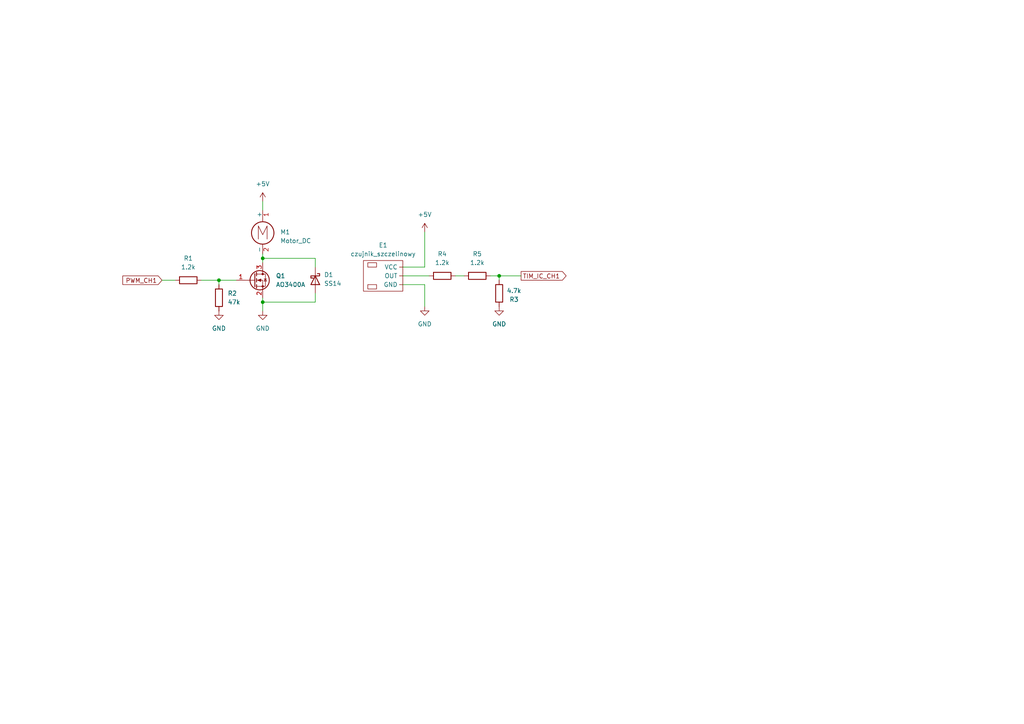
<source format=kicad_sch>
(kicad_sch (version 20250114) (generator "eeschema") (generator_version "9.0")
  (paper "A4")
  (lib_symbols
    (symbol "Device:R" (pin_numbers (hide yes)) (pin_names (offset 0))
      (property "Reference" "R" (at 2.032 0 90))
      (property "Value" "R" (at 0 0 90))
      (symbol "R_0_1"
        (rectangle (start -1.016 -2.54) (end 1.016 2.54) (stroke (width 0.254)))
      )
      (symbol "R_1_1"
        (pin passive line (at 0 3.81 270) (length 1.27) (name "~") (number "1"))
        (pin passive line (at 0 -3.81 90) (length 1.27) (name "~") (number "2"))
      )
    )
    (symbol "Diode:SS14" (pin_numbers (hide yes)) (pin_names (offset 1.016) (hide yes))
      (property "Reference" "D" (at 0 2.54 0))
      (property "Value" "SS14" (at 0 -2.54 0))
      (symbol "SS14_0_1"
        (polyline (pts (xy -1.905 0.635) (xy -1.905 1.27) (xy -1.27 1.27) (xy -1.27 -1.27) (xy -0.635 -1.27) (xy -0.635 -0.635)) (stroke (width 0.254)))
        (polyline (pts (xy 1.27 1.27) (xy 1.27 -1.27) (xy -1.27 0) (xy 1.27 1.27)) (stroke (width 0.254)))
        (polyline (pts (xy 1.27 0) (xy -1.27 0)))
      )
      (symbol "SS14_1_1"
        (pin passive line (at -3.81 0 0) (length 2.54) (name "K") (number "1"))
        (pin passive line (at 3.81 0 180) (length 2.54) (name "A") (number "2"))
      )
    )
    (symbol "Motor:Motor_DC" (pin_names (offset 0))
      (property "Reference" "M" (at 2.54 2.54 0))
      (property "Value" "Motor_DC" (at 2.54 -5.08 0))
      (symbol "Motor_DC_0_0"
        (polyline (pts (xy -1.27 -3.302) (xy -1.27 0.508) (xy 0 -2.032) (xy 1.27 0.508) (xy 1.27 -3.302)))
      )
      (symbol "Motor_DC_0_1"
        (polyline (pts (xy 0 2.032) (xy 0 2.54)))
        (polyline (pts (xy 0 1.7272) (xy 0 2.0828)))
        (circle (center 0 -1.524) (radius 3.2512) (stroke (width 0.254)))
        (polyline (pts (xy 0 -4.7752) (xy 0 -5.1816)))
        (polyline (pts (xy 0 -7.62) (xy 0 -7.112)))
      )
      (symbol "Motor_DC_1_1"
        (pin passive line (at 0 5.08 270) (length 2.54) (name "+") (number "1"))
        (pin passive line (at 0 -7.62 90) (length 2.54) (name "-") (number "2"))
      )
    )
    (symbol "New_Library:Enkoder"
      (property "Reference" "E1" (at 6.604 0 0))
      (symbol "Enkoder_0_1"
        (rectangle (start -7.62 4.445) (end 3.81 -4.445))
        (rectangle (start 0 3.81) (end 2.54 2.54))
        (rectangle (start 0 -2.54) (end 2.54 -3.81))
      )
      (symbol "Enkoder_1_1"
        (pin input line (at -7.62 2.54 0) (length 1) (name "GND") (number ""))
        (pin output line (at -7.62 0 0) (length 1) (name "OUT") (number ""))
        (pin power_in line (at -7.62 -2.54 0) (length 1) (name "VCC") (number ""))
      )
    )
    (symbol "Transistor_FET:AO3400A" (pin_names (offset 0) (hide yes))
      (property "Reference" "Q" (at 5.08 1.905 0))
      (property "Value" "AO3400A" (at 5.08 0 0))
      (symbol "AO3400A_0_1"
        (polyline (pts (xy 0.254 1.905) (xy 0.254 -1.905)) (stroke (width 0.254)))
        (polyline (pts (xy 0.254 0) (xy -2.54 0)))
        (polyline (pts (xy 0.762 2.286) (xy 0.762 1.27)) (stroke (width 0.254)))
        (polyline (pts (xy 0.762 0.508) (xy 0.762 -0.508)) (stroke (width 0.254)))
        (polyline (pts (xy 0.762 -1.27) (xy 0.762 -2.286)) (stroke (width 0.254)))
        (polyline (pts (xy 0.762 -1.778) (xy 3.302 -1.778) (xy 3.302 1.778) (xy 0.762 1.778)))
        (polyline (pts (xy 1.016 0) (xy 2.032 0.381) (xy 2.032 -0.381) (xy 1.016 0)) (fill (type outline)))
        (circle (center 1.651 0) (radius 2.794) (stroke (width 0.254)))
        (polyline (pts (xy 2.54 2.54) (xy 2.54 1.778)))
        (circle (center 2.54 1.778) (radius 0.254) (fill (type outline)))
        (circle (center 2.54 -1.778) (radius 0.254) (fill (type outline)))
        (polyline (pts (xy 2.54 -2.54) (xy 2.54 0) (xy 0.762 0)))
        (polyline (pts (xy 2.921 0.381) (xy 3.683 0.381)))
        (polyline (pts (xy 3.302 0.381) (xy 2.921 -0.254) (xy 3.683 -0.254) (xy 3.302 0.381)))
      )
      (symbol "AO3400A_1_1"
        (pin input line (at -5.08 0 0) (length 2.54) (name "G") (number "1"))
        (pin passive line (at 2.54 5.08 270) (length 2.54) (name "D") (number "3"))
        (pin passive line (at 2.54 -5.08 90) (length 2.54) (name "S") (number "2"))
      )
    )
    (symbol "power:+5V" (power) (pin_numbers (hide yes)) (pin_names (offset 0) (hide yes))
      (property "Value" "+5V" (at 0 3.556 0))
      (symbol "+5V_0_1"
        (polyline (pts (xy -0.762 1.27) (xy 0 2.54)))
        (polyline (pts (xy 0 2.54) (xy 0.762 1.27)))
        (polyline (pts (xy 0 0) (xy 0 2.54)))
      )
      (symbol "+5V_1_1"
        (pin power_in line (at 0 0 90) (length 0) (name "~") (number "1"))
      )
    )
    (symbol "power:GND" (power) (pin_numbers (hide yes)) (pin_names (offset 0) (hide yes))
      (property "Value" "GND" (at 0 -3.81 0))
      (symbol "GND_0_1"
        (polyline (pts (xy 0 0) (xy 0 -1.27) (xy 1.27 -1.27) (xy 0 -2.54) (xy -1.27 -1.27) (xy 0 -1.27)))
      )
      (symbol "GND_1_1"
        (pin power_in line (at 0 0 270) (length 0) (name "~") (number "1"))
      )
    )
  )
  (junction (at 144.78 80.01))
  (junction (at 76.2 74.93))
  (junction (at 63.5 81.28))
  (junction (at 76.2 87.63))
  (wire (pts (xy 144.78 80.01) (xy 151.13 80.01)))
  (wire (pts (xy 76.2 74.93) (xy 91.44 74.93)))
  (wire (pts (xy 123.19 67.31) (xy 123.19 77.47)))
  (wire (pts (xy 63.5 81.28) (xy 63.5 82.55)))
  (wire (pts (xy 116.84 82.55) (xy 123.19 82.55)))
  (wire (pts (xy 116.84 77.47) (xy 123.19 77.47)))
  (wire (pts (xy 76.2 58.42) (xy 76.2 60.96)))
  (wire (pts (xy 116.84 80.01) (xy 124.46 80.01)))
  (wire (pts (xy 91.44 87.63) (xy 91.44 85.09)))
  (wire (pts (xy 132.08 80.01) (xy 134.62 80.01)))
  (wire (pts (xy 144.78 80.01) (xy 144.78 81.28)))
  (wire (pts (xy 142.24 80.01) (xy 144.78 80.01)))
  (wire (pts (xy 76.2 74.93) (xy 76.2 76.2)))
  (wire (pts (xy 58.42 81.28) (xy 63.5 81.28)))
  (wire (pts (xy 123.19 88.9) (xy 123.19 82.55)))
  (wire (pts (xy 76.2 87.63) (xy 76.2 90.17)))
  (wire (pts (xy 76.2 86.36) (xy 76.2 87.63)))
  (wire (pts (xy 91.44 77.47) (xy 91.44 74.93)))
  (wire (pts (xy 76.2 73.66) (xy 76.2 74.93)))
  (wire (pts (xy 63.5 81.28) (xy 68.58 81.28)))
  (wire (pts (xy 76.2 87.63) (xy 91.44 87.63)))
  (wire (pts (xy 46.99 81.28) (xy 50.8 81.28)))
  (global_label "PWM_CH1" (shape input) (at 46.99 81.28 180) (property "Intersheetrefs" "${INTERSHEET_REFS}" (effects (hide yes))))
  (global_label "TIM_IC_CH1" (shape output) (at 151.13 80.01 0) (property "Intersheetrefs" "${INTERSHEET_REFS}" (effects (hide yes))))
  (symbol (lib_id "power:+5V") (at 123.19 67.31 0) (unit 1)
    (property "Reference" "#PWR04" (effects (hide yes)))
    (property "Value" "+5V" (at 123.19 62.23 0))
    (property "Description" "Power symbol creates a global label with name \"+5V\"" (effects (hide yes)))
  )
  (symbol (lib_id "power:GND") (at 123.19 88.9 0) (unit 1)
    (property "Reference" "#PWR05" (effects (hide yes)))
    (property "Value" "GND" (at 123.19 93.98 0))
    (property "Description" "Power symbol creates a global label with name \"GND\" , ground" (effects (hide yes)))
  )
  (symbol (lib_id "power:GND") (at 144.78 88.9 0) (unit 1)
    (property "Reference" "#PWR06" (effects (hide yes)))
    (property "Value" "GND" (at 144.78 93.98 0))
    (property "Description" "Power symbol creates a global label with name \"GND\" , ground" (effects (hide yes)))
  )
  (symbol (lib_id "Device:R") (at 138.43 80.01 90) (unit 1)
    (property "Reference" "R5" (at 138.43 73.66 90))
    (property "Value" "1.2k" (at 138.43 76.2 90))
    (property "Description" "Resistor" (effects (hide yes)))
  )
  (symbol (lib_id "Transistor_FET:AO3400A") (at 73.66 81.28 0) (unit 1)
    (property "Reference" "Q1" (at 80.01 80.0099 0) (effects (justify left)))
    (property "Value" "AO3400A" (at 80.01 82.5499 0) (effects (justify left)))
    (property "Footprint" "Package_TO_SOT_SMD:SOT-23" (effects (hide yes)))
    (property "Datasheet" "http://www.aosmd.com/pdfs/datasheet/AO3400A.pdf" (effects (hide yes)))
    (property "Description" "30V Vds, 5.7A Id, N-Channel MOSFET, SOT-23" (effects (hide yes)))
  )
  (symbol (lib_id "New_Library:Enkoder") (at 109.22 80.01 180) (unit 1)
    (property "Reference" "E1" (at 111.125 71.12 0))
    (property "Value" "czujnik_szczelinowy" (at 111.125 73.66 0))
  )
  (symbol (lib_id "power:+5V") (at 76.2 58.42 0) (unit 1)
    (property "Reference" "#PWR01" (effects (hide yes)))
    (property "Value" "+5V" (at 76.2 53.34 0))
    (property "Description" "Power symbol creates a global label with name \"+5V\"" (effects (hide yes)))
  )
  (symbol (lib_id "Device:R") (at 128.27 80.01 270) (unit 1)
    (property "Reference" "R4" (at 128.27 73.66 90))
    (property "Value" "1.2k" (at 128.27 76.2 90))
    (property "Description" "Resistor" (effects (hide yes)))
  )
  (symbol (lib_id "Motor:Motor_DC") (at 76.2 66.04 0) (unit 1)
    (property "Reference" "M1" (at 81.28 67.3099 0) (effects (justify left)))
    (property "Value" "Motor_DC" (at 81.28 69.8499 0) (effects (justify left)))
    (property "Description" "DC Motor" (effects (hide yes)))
  )
  (symbol (lib_id "Device:R") (at 144.78 85.09 180) (unit 1)
    (property "Reference" "R3" (at 149.098 86.868 0))
    (property "Value" "4.7k" (at 149.098 84.328 0))
    (property "Description" "Resistor" (effects (hide yes)))
  )
  (symbol (lib_id "Device:R") (at 54.61 81.28 270) (unit 1)
    (property "Reference" "R1" (at 54.61 74.93 90))
    (property "Value" "1.2k" (at 54.61 77.47 90))
    (property "Description" "Resistor" (effects (hide yes)))
  )
  (symbol (lib_id "Device:R") (at 63.5 86.36 0) (unit 1)
    (property "Reference" "R2" (at 66.04 85.0899 0) (effects (justify left)))
    (property "Value" "47k" (at 66.04 87.6299 0) (effects (justify left)))
    (property "Description" "Resistor" (effects (hide yes)))
  )
  (symbol (lib_id "Diode:SS14") (at 91.44 81.28 270) (unit 1)
    (property "Reference" "D1" (at 93.98 79.6924 90) (effects (justify left)))
    (property "Value" "SS14" (at 93.98 82.2324 90) (effects (justify left)))
    (property "Footprint" "Diode_SMD:D_SMA" (effects (hide yes)))
    (property "Datasheet" "https://www.vishay.com/docs/88746/ss12.pdf" (effects (hide yes)))
    (property "Description" "40V 1A Schottky Diode, SMA" (effects (hide yes)))
  )
  (symbol (lib_id "power:GND") (at 76.2 90.17 0) (unit 1)
    (property "Reference" "#PWR02" (effects (hide yes)))
    (property "Value" "GND" (at 76.2 95.25 0))
    (property "Description" "Power symbol creates a global label with name \"GND\" , ground" (effects (hide yes)))
  )
  (symbol (lib_id "power:GND") (at 63.5 90.17 0) (unit 1)
    (property "Reference" "#PWR03" (effects (hide yes)))
    (property "Value" "GND" (at 63.5 95.25 0))
    (property "Description" "Power symbol creates a global label with name \"GND\" , ground" (effects (hide yes)))
  )
)
</source>
